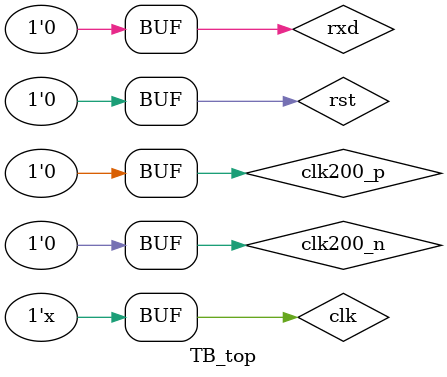
<source format=v>
`timescale 1ns / 1ps


module TB_top;

	// Inputs
	reg clk;
	reg rst;
	reg clk200_p;
	reg clk200_n;
	reg rxd;

	// Outputs
	wire memory_read_error;
	wire [12:0] ddr2_a;
	wire [1:0] ddr2_ba;
	wire ddr2_ras_n;
	wire ddr2_cas_n;
	wire ddr2_we_n;
	wire [0:0] ddr2_cs_n;
	wire [0:0] ddr2_odt;
	wire [0:0] ddr2_cke;
	wire [7:0] ddr2_dm;
	wire phy_init_done;
	wire [1:0] ddr2_ck;
	wire [1:0] ddr2_ck_n;
	wire hsync;
	wire vsync;
	wire blank;
	wire dvi_rst;
	wire [7:0] pixel_r;
	wire [7:0] pixel_g;
	wire [7:0] pixel_b;
	wire [11:0] D;
	wire clk_dvi;
	wire clk_dvi_n;
	wire txd;

	// Bidirs
	wire [63:0] ddr2_dq;
	wire [7:0] ddr2_dqs;
	wire [7:0] ddr2_dqs_n;
	wire scl_tri;
	wire sda_tri;

	// Instantiate the Unit Under Test (UUT)
	top_module uut (
		.clk(clk), 
		.rst(rst), 
		.memory_read_error(memory_read_error), 
		.ddr2_dq(ddr2_dq), 
		.ddr2_a(ddr2_a), 
		.ddr2_ba(ddr2_ba), 
		.ddr2_ras_n(ddr2_ras_n), 
		.ddr2_cas_n(ddr2_cas_n), 
		.ddr2_we_n(ddr2_we_n), 
		.ddr2_cs_n(ddr2_cs_n), 
		.ddr2_odt(ddr2_odt), 
		.ddr2_cke(ddr2_cke), 
		.ddr2_dm(ddr2_dm), 
		.clk200_p(clk200_p), 
		.clk200_n(clk200_n), 
		.phy_init_done(phy_init_done), 
		.ddr2_dqs(ddr2_dqs), 
		.ddr2_dqs_n(ddr2_dqs_n), 
		.ddr2_ck(ddr2_ck), 
		.ddr2_ck_n(ddr2_ck_n), 
		.hsync(hsync), 
		.vsync(vsync), 
		.blank(blank), 
		.dvi_rst(dvi_rst), 
		.pixel_r(pixel_r), 
		.pixel_g(pixel_g), 
		.pixel_b(pixel_b), 
		.D(D), 
		.clk_dvi(clk_dvi), 
		.clk_dvi_n(clk_dvi_n), 
		.txd(txd), 
		.rxd(rxd), 
		.scl_tri(scl_tri), 
		.sda_tri(sda_tri)
	);

	initial begin
		// Initialize Inputs
		clk = 0;
		rst = 0;
		clk200_p = 0;
		clk200_n = 0;
		rxd = 0;

     #100;
      rst = 1;
      #100;
		rst = 0;
      #100;	

	end
      
		
					always begin
    #5  clk =  ! clk;
  end
  
endmodule


</source>
